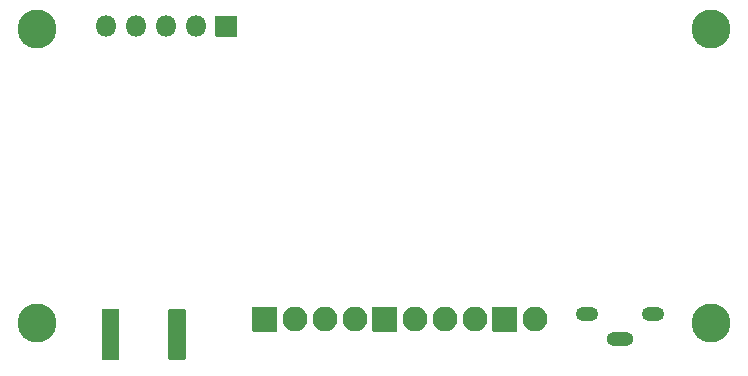
<source format=gbr>
G04 #@! TF.GenerationSoftware,KiCad,Pcbnew,5.99.0-unknown-acdfeee~88~ubuntu18.04.1*
G04 #@! TF.CreationDate,2020-05-13T21:49:14+03:00*
G04 #@! TF.ProjectId,LoRaNode,4c6f5261-4e6f-4646-952e-6b696361645f,1.1*
G04 #@! TF.SameCoordinates,Original*
G04 #@! TF.FileFunction,Soldermask,Bot*
G04 #@! TF.FilePolarity,Negative*
%FSLAX46Y46*%
G04 Gerber Fmt 4.6, Leading zero omitted, Abs format (unit mm)*
G04 Created by KiCad (PCBNEW 5.99.0-unknown-acdfeee~88~ubuntu18.04.1) date 2020-05-13 21:49:14*
%MOMM*%
%LPD*%
G01*
G04 APERTURE LIST*
%ADD10O,1.802000X1.802000*%
%ADD11O,2.100980X2.100980*%
%ADD12O,1.902000X1.202000*%
%ADD13O,2.302000X1.202000*%
%ADD14C,3.302000*%
G04 APERTURE END LIST*
G36*
G01*
X103130000Y-113899000D02*
X104830000Y-113899000D01*
G75*
G02*
X104881000Y-113950000I0J-51000D01*
G01*
X104881000Y-115650000D01*
G75*
G02*
X104830000Y-115701000I-51000J0D01*
G01*
X103130000Y-115701000D01*
G75*
G02*
X103079000Y-115650000I0J51000D01*
G01*
X103079000Y-113950000D01*
G75*
G02*
X103130000Y-113899000I51000J0D01*
G01*
G37*
D10*
X101440000Y-114800000D03*
X98900000Y-114800000D03*
X96360000Y-114800000D03*
X93820000Y-114800000D03*
D11*
X130120000Y-139600000D03*
G36*
G01*
X126529510Y-140599490D02*
X126529510Y-138600510D01*
G75*
G02*
X126580510Y-138549510I51000J0D01*
G01*
X128579490Y-138549510D01*
G75*
G02*
X128630490Y-138600510I0J-51000D01*
G01*
X128630490Y-140599490D01*
G75*
G02*
X128579490Y-140650490I-51000J0D01*
G01*
X126580510Y-140650490D01*
G75*
G02*
X126529510Y-140599490I0J51000D01*
G01*
G37*
X125040000Y-139600000D03*
G36*
G01*
X118470490Y-138600510D02*
X118470490Y-140599490D01*
G75*
G02*
X118419490Y-140650490I-51000J0D01*
G01*
X116420510Y-140650490D01*
G75*
G02*
X116369510Y-140599490I0J51000D01*
G01*
X116369510Y-138600510D01*
G75*
G02*
X116420510Y-138549510I51000J0D01*
G01*
X118419490Y-138549510D01*
G75*
G02*
X118470490Y-138600510I0J-51000D01*
G01*
G37*
X119960000Y-139600000D03*
X122500000Y-139600000D03*
X114880000Y-139600000D03*
G36*
G01*
X108310490Y-138600510D02*
X108310490Y-140599490D01*
G75*
G02*
X108259490Y-140650490I-51000J0D01*
G01*
X106260510Y-140650490D01*
G75*
G02*
X106209510Y-140599490I0J51000D01*
G01*
X106209510Y-138600510D01*
G75*
G02*
X106260510Y-138549510I51000J0D01*
G01*
X108259490Y-138549510D01*
G75*
G02*
X108310490Y-138600510I0J-51000D01*
G01*
G37*
X109800000Y-139600000D03*
X112340000Y-139600000D03*
D12*
X134500000Y-139150000D03*
X140100000Y-139150000D03*
D13*
X137300000Y-141300000D03*
G36*
G01*
X93449000Y-143000000D02*
X93449000Y-138800000D01*
G75*
G02*
X93500000Y-138749000I51000J0D01*
G01*
X94850000Y-138749000D01*
G75*
G02*
X94901000Y-138800000I0J-51000D01*
G01*
X94901000Y-143000000D01*
G75*
G02*
X94850000Y-143051000I-51000J0D01*
G01*
X93500000Y-143051000D01*
G75*
G02*
X93449000Y-143000000I0J51000D01*
G01*
G37*
G36*
G01*
X99099000Y-143000000D02*
X99099000Y-138800000D01*
G75*
G02*
X99150000Y-138749000I51000J0D01*
G01*
X100500000Y-138749000D01*
G75*
G02*
X100551000Y-138800000I0J-51000D01*
G01*
X100551000Y-143000000D01*
G75*
G02*
X100500000Y-143051000I-51000J0D01*
G01*
X99150000Y-143051000D01*
G75*
G02*
X99099000Y-143000000I0J51000D01*
G01*
G37*
D14*
X88000000Y-139900000D03*
X88000000Y-115000000D03*
X145000000Y-139900000D03*
X145000000Y-115000000D03*
M02*

</source>
